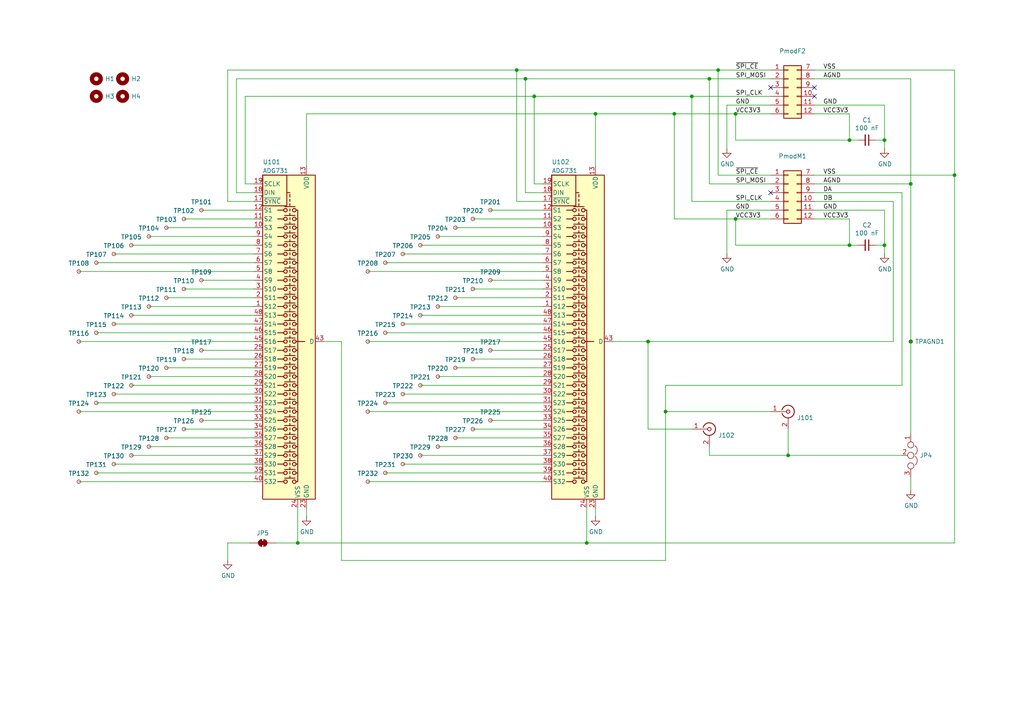
<source format=kicad_sch>
(kicad_sch (version 20250114) (generator "eeschema") (generator_version "9.0")
  (paper "A4")
  (title_block (title "Mars-64") (date "2020-05-10") (rev "E") (company "Bio Balance Detector") (comment 1 "PmodM: Samtec TSM-106-01-?-DH") (comment 2 "PmodF: Samtec SMH-106-02-?-D"))
  (lib_symbols
    (symbol "Analog_Switch:ADG731" (pin_names (offset 0.254))
      (property "Reference" "U" (at -7.62 52.705 0))
      (property "Value" "Analog_Switch_ADG731" (at -7.62 50.8 0))
      (symbol "ADG731_1_1"
        (pin input line (at -10.16 45.72 0) (length 2.54) (name "SCLK") (number "19"))
        (pin input line (at -10.16 43.18 0) (length 2.54) (name "DIN") (number "18"))
        (pin input line (at -10.16 40.64 0) (length 2.54) (name "~{SYNC}") (number "17"))
        (pin bidirectional line (at -10.16 38.1 0) (length 2.54) (name "S1") (number "12"))
        (pin bidirectional line (at -10.16 35.56 0) (length 2.54) (name "S2") (number "11"))
        (pin bidirectional line (at -10.16 33.02 0) (length 2.54) (name "S3") (number "10"))
        (pin bidirectional line (at -10.16 30.48 0) (length 2.54) (name "S4") (number "9"))
        (pin bidirectional line (at -10.16 27.94 0) (length 2.54) (name "S5") (number "8"))
        (pin bidirectional line (at -10.16 25.4 0) (length 2.54) (name "S6") (number "7"))
        (pin bidirectional line (at -10.16 22.86 0) (length 2.54) (name "S7") (number "6"))
        (pin bidirectional line (at -10.16 20.32 0) (length 2.54) (name "S8") (number "5"))
        (pin bidirectional line (at -10.16 17.78 0) (length 2.54) (name "S9") (number "4"))
        (pin bidirectional line (at -10.16 15.24 0) (length 2.54) (name "S10") (number "3"))
        (pin bidirectional line (at -10.16 12.7 0) (length 2.54) (name "S11") (number "2"))
        (pin bidirectional line (at -10.16 10.16 0) (length 2.54) (name "S12") (number "1"))
        (pin bidirectional line (at -10.16 7.62 0) (length 2.54) (name "S13") (number "48"))
        (pin bidirectional line (at -10.16 5.08 0) (length 2.54) (name "S14") (number "47"))
        (pin bidirectional line (at -10.16 2.54 0) (length 2.54) (name "S15") (number "46"))
        (pin bidirectional line (at -10.16 0 0) (length 2.54) (name "S16") (number "45"))
        (pin bidirectional line (at -10.16 -2.54 0) (length 2.54) (name "S17") (number "25"))
        (pin bidirectional line (at -10.16 -5.08 0) (length 2.54) (name "S18") (number "26"))
        (pin bidirectional line (at -10.16 -7.62 0) (length 2.54) (name "S19") (number "27"))
        (pin bidirectional line (at -10.16 -10.16 0) (length 2.54) (name "S20") (number "28"))
        (pin bidirectional line (at -10.16 -12.7 0) (length 2.54) (name "S21") (number "29"))
        (pin bidirectional line (at -10.16 -15.24 0) (length 2.54) (name "S22") (number "30"))
        (pin bidirectional line (at -10.16 -17.78 0) (length 2.54) (name "S23") (number "31"))
        (pin bidirectional line (at -10.16 -20.32 0) (length 2.54) (name "S24") (number "32"))
        (pin bidirectional line (at -10.16 -22.86 0) (length 2.54) (name "S25") (number "33"))
        (pin bidirectional line (at -10.16 -25.4 0) (length 2.54) (name "S26") (number "34"))
        (pin bidirectional line (at -10.16 -27.94 0) (length 2.54) (name "S27") (number "35"))
        (pin bidirectional line (at -10.16 -30.48 0) (length 2.54) (name "S28") (number "36"))
        (pin bidirectional line (at -10.16 -33.02 0) (length 2.54) (name "S29") (number "37"))
        (pin bidirectional line (at -10.16 -35.56 0) (length 2.54) (name "S30") (number "38"))
        (pin bidirectional line (at -10.16 -38.1 0) (length 2.54) (name "S31") (number "39"))
        (pin bidirectional line (at -10.16 -40.64 0) (length 2.54) (name "S32") (number "40"))
        (pin power_in line (at 2.54 -48.26 90) (length 2.54) (name "VSS") (number "24"))
        (pin power_in line (at 5.08 50.8 270) (length 2.54) (name "VDD") (number "13"))
        (pin passive line (at 5.08 50.8 270) (length 2.54) (hide yes) (name "VDD") (number "14"))
        (pin power_in line (at 5.08 -48.26 90) (length 2.54) (name "GND") (number "23"))
        (pin no_connect line (at 7.62 -17.78 180) (length 2.54) (hide yes) (name "NIC") (number "15"))
        (pin no_connect line (at 7.62 -20.32 180) (length 2.54) (hide yes) (name "NIC") (number "16"))
        (pin no_connect line (at 7.62 -22.86 180) (length 2.54) (hide yes) (name "NIC") (number "20"))
        (pin no_connect line (at 7.62 -25.4 180) (length 2.54) (hide yes) (name "NIC") (number "21"))
        (pin no_connect line (at 7.62 -27.94 180) (length 2.54) (hide yes) (name "NIC") (number "22"))
        (pin no_connect line (at 7.62 -30.48 180) (length 2.54) (hide yes) (name "NIC") (number "41"))
        (pin no_connect line (at 7.62 -33.02 180) (length 2.54) (hide yes) (name "NIC") (number "42"))
        (pin no_connect line (at 7.62 -35.56 180) (length 2.54) (hide yes) (name "NIC") (number "44"))
        (pin bidirectional line (at 10.16 0 180) (length 2.54) (name "D") (number "43"))
      )
    )
    (symbol "Connector:Conn_Coaxial" (pin_names (offset 1.016) (hide yes))
      (property "Reference" "J" (at 0.254 3.048 0))
      (property "Value" "Conn_Coaxial" (at 2.921 0 90))
      (symbol "Conn_Coaxial_1_1"
        (pin passive line (at -5.08 0 0) (length 2.54) (name "In") (number "1"))
        (pin passive line (at 0 -5.08 90) (length 2.54) (name "Ext") (number "2"))
      )
    )
    (symbol "Connector:TestPoint_Small" (pin_numbers (hide yes)) (pin_names (offset 0.762) (hide yes))
      (property "Reference" "TP" (at 0 3.81 0))
      (property "Value" "TestPoint_Small" (at 0 2.032 0))
      (symbol "TestPoint_Small_1_1"
        (pin passive line (at 0 0 90) (length 0) (name "1") (number "1"))
      )
    )
    (symbol "Connector_Generic:Conn_02x06_Top_Bottom" (pin_names (offset 1.016) (hide yes))
      (property "Reference" "J" (at 1.27 7.62 0))
      (property "Value" "Conn_02x06_Top_Bottom" (at 1.27 -10.16 0))
      (symbol "Conn_02x06_Top_Bottom_1_1"
        (pin passive line (at -5.08 5.08 0) (length 3.81) (name "Pin_1") (number "1"))
        (pin passive line (at -5.08 2.54 0) (length 3.81) (name "Pin_2") (number "2"))
        (pin passive line (at -5.08 0 0) (length 3.81) (name "Pin_3") (number "3"))
        (pin passive line (at -5.08 -2.54 0) (length 3.81) (name "Pin_4") (number "4"))
        (pin passive line (at -5.08 -5.08 0) (length 3.81) (name "Pin_5") (number "5"))
        (pin passive line (at -5.08 -7.62 0) (length 3.81) (name "Pin_6") (number "6"))
        (pin passive line (at 7.62 5.08 180) (length 3.81) (name "Pin_7") (number "7"))
        (pin passive line (at 7.62 2.54 180) (length 3.81) (name "Pin_8") (number "8"))
        (pin passive line (at 7.62 0 180) (length 3.81) (name "Pin_9") (number "9"))
        (pin passive line (at 7.62 -2.54 180) (length 3.81) (name "Pin_10") (number "10"))
        (pin passive line (at 7.62 -5.08 180) (length 3.81) (name "Pin_11") (number "11"))
        (pin passive line (at 7.62 -7.62 180) (length 3.81) (name "Pin_12") (number "12"))
      )
    )
    (symbol "Device:C_Small" (pin_numbers (hide yes)) (pin_names (offset 0.254) (hide yes))
      (property "Reference" "C" (at 0.254 1.778 0))
      (property "Value" "C_Small" (at 0.254 -2.032 0))
      (symbol "C_Small_1_1"
        (pin passive line (at 0 2.54 270) (length 2.032) (name "~") (number "1"))
        (pin passive line (at 0 -2.54 90) (length 2.032) (name "~") (number "2"))
      )
    )
    (symbol "Device:Jumper_NC_Dual" (pin_names (offset 0.762) (hide yes))
      (property "Reference" "JP" (at 1.27 -2.54 0))
      (property "Value" "Device_Jumper_NC_Dual" (at 0 2.54 0))
      (symbol "Jumper_NC_Dual_0_1"
        (pin passive line (at -6.35 0 0) (length 2.413) (name "1") (number "1"))
        (pin passive line (at 0 -2.54 90) (length 1.524) (name "2") (number "2"))
        (pin passive line (at 6.35 0 180) (length 2.413) (name "3") (number "3"))
      )
    )
    (symbol "Jumper:SolderJumper_2_Bridged" (pin_numbers (hide yes)) (pin_names (offset 0) (hide yes)) (in_bom no)
      (property "Reference" "JP" (at 0 2.032 0))
      (property "Value" "SolderJumper_2_Bridged" (at 0 -2.54 0))
      (symbol "SolderJumper_2_Bridged_1_1"
        (pin passive line (at -3.81 0 0) (length 2.54) (name "A") (number "1"))
        (pin passive line (at 3.81 0 180) (length 2.54) (name "B") (number "2"))
      )
    )
    (symbol "Mechanical:MountingHole" (pin_names (offset 1.016)) (in_bom no)
      (property "Reference" "H" (at 0 5.08 0))
      (property "Value" "MountingHole" (at 0 3.175 0))
    )
    (symbol "power:GND" (power) (pin_numbers (hide yes)) (pin_names (offset 0) (hide yes))
      (property "Value" "GND" (at 0 -3.81 0))
      (symbol "GND_1_1"
        (pin power_in line (at 0 0 270) (length 0) (name "~") (number "1"))
      )
    )
  )
  (junction (at 228.6 132.08))
  (junction (at 149.86 20.32))
  (junction (at 200.66 27.94))
  (junction (at 152.4 22.86))
  (junction (at 208.28 20.32))
  (junction (at 187.96 99.06))
  (junction (at 205.74 22.86))
  (junction (at 246.38 40.64))
  (junction (at 256.54 40.64))
  (junction (at 264.16 99.06))
  (junction (at 246.38 71.12))
  (junction (at 256.54 71.12))
  (junction (at 172.72 33.02))
  (junction (at 276.86 50.8))
  (junction (at 170.18 157.48))
  (junction (at 213.36 33.02))
  (junction (at 193.04 119.38))
  (junction (at 213.36 63.5))
  (junction (at 195.58 33.02))
  (junction (at 264.16 53.34))
  (junction (at 154.94 27.94))
  (junction (at 86.36 157.48))
  (no_connect (at 236.22 25.4))
  (no_connect (at 223.52 25.4))
  (no_connect (at 223.52 55.88))
  (no_connect (at 236.22 27.94))
  (wire (pts (xy 157.48 66.04) (xy 132.08 66.04)))
  (wire (pts (xy 53.34 124.46) (xy 73.66 124.46)))
  (wire (pts (xy 68.58 22.86) (xy 152.4 22.86)))
  (wire (pts (xy 213.36 71.12) (xy 246.38 71.12)))
  (wire (pts (xy 73.66 91.44) (xy 38.1 91.44)))
  (wire (pts (xy 157.48 93.98) (xy 116.84 93.98)))
  (wire (pts (xy 213.36 63.5) (xy 195.58 63.5)))
  (wire (pts (xy 58.42 81.28) (xy 73.66 81.28)))
  (wire (pts (xy 157.48 137.16) (xy 111.76 137.16)))
  (wire (pts (xy 53.34 104.14) (xy 73.66 104.14)))
  (wire (pts (xy 261.62 111.76) (xy 193.04 111.76)))
  (wire (pts (xy 200.66 58.42) (xy 223.52 58.42)))
  (wire (pts (xy 137.16 63.5) (xy 157.48 63.5)))
  (wire (pts (xy 66.04 58.42) (xy 66.04 20.32)))
  (wire (pts (xy 254 71.12) (xy 256.54 71.12)))
  (wire (pts (xy 157.48 88.9) (xy 127 88.9)))
  (wire (pts (xy 195.58 63.5) (xy 195.58 33.02)))
  (wire (pts (xy 210.82 30.48) (xy 210.82 43.18)))
  (wire (pts (xy 205.74 22.86) (xy 205.74 53.34)))
  (wire (pts (xy 71.12 27.94) (xy 154.94 27.94)))
  (wire (pts (xy 73.66 58.42) (xy 66.04 58.42)))
  (wire (pts (xy 73.66 68.58) (xy 43.18 68.58)))
  (wire (pts (xy 193.04 162.56) (xy 193.04 119.38)))
  (wire (pts (xy 223.52 63.5) (xy 213.36 63.5)))
  (wire (pts (xy 157.48 139.7) (xy 106.68 139.7)))
  (wire (pts (xy 157.48 71.12) (xy 121.92 71.12)))
  (wire (pts (xy 152.4 55.88) (xy 152.4 22.86)))
  (wire (pts (xy 256.54 60.96) (xy 256.54 71.12)))
  (wire (pts (xy 172.72 149.86) (xy 172.72 147.32)))
  (wire (pts (xy 213.36 33.02) (xy 213.36 40.64)))
  (wire (pts (xy 246.38 33.02) (xy 236.22 33.02)))
  (wire (pts (xy 73.66 73.66) (xy 33.02 73.66)))
  (wire (pts (xy 259.08 99.06) (xy 187.96 99.06)))
  (wire (pts (xy 170.18 147.32) (xy 170.18 157.48)))
  (wire (pts (xy 53.34 63.5) (xy 73.66 63.5)))
  (wire (pts (xy 223.52 30.48) (xy 210.82 30.48)))
  (wire (pts (xy 200.66 27.94) (xy 223.52 27.94)))
  (wire (pts (xy 99.06 99.06) (xy 99.06 162.56)))
  (wire (pts (xy 208.28 50.8) (xy 223.52 50.8)))
  (wire (pts (xy 172.72 33.02) (xy 195.58 33.02)))
  (wire (pts (xy 228.6 124.46) (xy 228.6 132.08)))
  (wire (pts (xy 73.66 119.38) (xy 22.86 119.38)))
  (wire (pts (xy 157.48 96.52) (xy 111.76 96.52)))
  (wire (pts (xy 213.36 63.5) (xy 213.36 71.12)))
  (wire (pts (xy 73.66 132.08) (xy 38.1 132.08)))
  (wire (pts (xy 73.66 114.3) (xy 33.02 114.3)))
  (wire (pts (xy 157.48 78.74) (xy 106.68 78.74)))
  (wire (pts (xy 73.66 66.04) (xy 48.26 66.04)))
  (wire (pts (xy 228.6 132.08) (xy 261.62 132.08)))
  (wire (pts (xy 157.48 134.62) (xy 116.84 134.62)))
  (wire (pts (xy 205.74 53.34) (xy 223.52 53.34)))
  (wire (pts (xy 86.36 157.48) (xy 86.36 147.32)))
  (wire (pts (xy 99.06 162.56) (xy 193.04 162.56)))
  (wire (pts (xy 246.38 40.64) (xy 248.92 40.64)))
  (wire (pts (xy 256.54 40.64) (xy 256.54 43.18)))
  (wire (pts (xy 73.66 86.36) (xy 48.26 86.36)))
  (wire (pts (xy 157.48 53.34) (xy 154.94 53.34)))
  (wire (pts (xy 236.22 55.88) (xy 261.62 55.88)))
  (wire (pts (xy 264.16 99.06) (xy 264.16 125.73)))
  (wire (pts (xy 58.42 101.6) (xy 73.66 101.6)))
  (wire (pts (xy 73.66 93.98) (xy 33.02 93.98)))
  (wire (pts (xy 149.86 58.42) (xy 149.86 20.32)))
  (wire (pts (xy 223.52 33.02) (xy 213.36 33.02)))
  (wire (pts (xy 73.66 111.76) (xy 38.1 111.76)))
  (wire (pts (xy 157.48 99.06) (xy 106.68 99.06)))
  (wire (pts (xy 73.66 127) (xy 48.26 127)))
  (wire (pts (xy 205.74 132.08) (xy 205.74 129.54)))
  (wire (pts (xy 276.86 50.8) (xy 276.86 20.32)))
  (wire (pts (xy 205.74 22.86) (xy 223.52 22.86)))
  (wire (pts (xy 246.38 71.12) (xy 246.38 63.5)))
  (wire (pts (xy 157.48 58.42) (xy 149.86 58.42)))
  (wire (pts (xy 236.22 22.86) (xy 264.16 22.86)))
  (wire (pts (xy 71.12 53.34) (xy 71.12 27.94)))
  (wire (pts (xy 73.66 96.52) (xy 27.94 96.52)))
  (wire (pts (xy 246.38 71.12) (xy 248.92 71.12)))
  (wire (pts (xy 193.04 119.38) (xy 223.52 119.38)))
  (wire (pts (xy 73.66 137.16) (xy 27.94 137.16)))
  (wire (pts (xy 73.66 71.12) (xy 38.1 71.12)))
  (wire (pts (xy 259.08 58.42) (xy 259.08 99.06)))
  (wire (pts (xy 152.4 22.86) (xy 205.74 22.86)))
  (wire (pts (xy 142.24 60.96) (xy 157.48 60.96)))
  (wire (pts (xy 157.48 127) (xy 132.08 127)))
  (wire (pts (xy 73.66 53.34) (xy 71.12 53.34)))
  (wire (pts (xy 66.04 162.56) (xy 66.04 157.48)))
  (wire (pts (xy 256.54 30.48) (xy 256.54 40.64)))
  (wire (pts (xy 210.82 73.66) (xy 210.82 60.96)))
  (wire (pts (xy 236.22 53.34) (xy 264.16 53.34)))
  (wire (pts (xy 73.66 99.06) (xy 22.86 99.06)))
  (wire (pts (xy 236.22 50.8) (xy 276.86 50.8)))
  (wire (pts (xy 213.36 33.02) (xy 195.58 33.02)))
  (wire (pts (xy 276.86 50.8) (xy 276.86 157.48)))
  (wire (pts (xy 170.18 157.48) (xy 86.36 157.48)))
  (wire (pts (xy 172.72 48.26) (xy 172.72 33.02)))
  (wire (pts (xy 73.66 134.62) (xy 33.02 134.62)))
  (wire (pts (xy 157.48 73.66) (xy 116.84 73.66)))
  (wire (pts (xy 154.94 27.94) (xy 200.66 27.94)))
  (wire (pts (xy 246.38 63.5) (xy 236.22 63.5)))
  (wire (pts (xy 187.96 99.06) (xy 187.96 124.46)))
  (wire (pts (xy 137.16 124.46) (xy 157.48 124.46)))
  (wire (pts (xy 88.9 48.26) (xy 88.9 33.02)))
  (wire (pts (xy 170.18 157.48) (xy 276.86 157.48)))
  (wire (pts (xy 157.48 76.2) (xy 111.76 76.2)))
  (wire (pts (xy 73.66 116.84) (xy 27.94 116.84)))
  (wire (pts (xy 157.48 132.08) (xy 121.92 132.08)))
  (wire (pts (xy 264.16 53.34) (xy 264.16 99.06)))
  (wire (pts (xy 80.01 157.48) (xy 86.36 157.48)))
  (wire (pts (xy 177.8 99.06) (xy 187.96 99.06)))
  (wire (pts (xy 73.66 55.88) (xy 68.58 55.88)))
  (wire (pts (xy 53.34 83.82) (xy 73.66 83.82)))
  (wire (pts (xy 88.9 33.02) (xy 172.72 33.02)))
  (wire (pts (xy 93.98 99.06) (xy 99.06 99.06)))
  (wire (pts (xy 187.96 124.46) (xy 200.66 124.46)))
  (wire (pts (xy 154.94 53.34) (xy 154.94 27.94)))
  (wire (pts (xy 193.04 111.76) (xy 193.04 119.38)))
  (wire (pts (xy 210.82 60.96) (xy 223.52 60.96)))
  (wire (pts (xy 68.58 55.88) (xy 68.58 22.86)))
  (wire (pts (xy 157.48 116.84) (xy 111.76 116.84)))
  (wire (pts (xy 208.28 20.32) (xy 223.52 20.32)))
  (wire (pts (xy 73.66 106.68) (xy 48.26 106.68)))
  (wire (pts (xy 58.42 121.92) (xy 73.66 121.92)))
  (wire (pts (xy 236.22 20.32) (xy 276.86 20.32)))
  (wire (pts (xy 142.24 121.92) (xy 157.48 121.92)))
  (wire (pts (xy 208.28 20.32) (xy 208.28 50.8)))
  (wire (pts (xy 73.66 129.54) (xy 43.18 129.54)))
  (wire (pts (xy 236.22 60.96) (xy 256.54 60.96)))
  (wire (pts (xy 137.16 104.14) (xy 157.48 104.14)))
  (wire (pts (xy 73.66 109.22) (xy 43.18 109.22)))
  (wire (pts (xy 213.36 40.64) (xy 246.38 40.64)))
  (wire (pts (xy 205.74 132.08) (xy 228.6 132.08)))
  (wire (pts (xy 73.66 139.7) (xy 22.86 139.7)))
  (wire (pts (xy 264.16 142.24) (xy 264.16 138.43)))
  (wire (pts (xy 157.48 111.76) (xy 121.92 111.76)))
  (wire (pts (xy 157.48 114.3) (xy 116.84 114.3)))
  (wire (pts (xy 236.22 30.48) (xy 256.54 30.48)))
  (wire (pts (xy 236.22 58.42) (xy 259.08 58.42)))
  (wire (pts (xy 157.48 91.44) (xy 121.92 91.44)))
  (wire (pts (xy 142.24 101.6) (xy 157.48 101.6)))
  (wire (pts (xy 149.86 20.32) (xy 208.28 20.32)))
  (wire (pts (xy 157.48 86.36) (xy 132.08 86.36)))
  (wire (pts (xy 157.48 55.88) (xy 152.4 55.88)))
  (wire (pts (xy 73.66 78.74) (xy 22.86 78.74)))
  (wire (pts (xy 73.66 88.9) (xy 43.18 88.9)))
  (wire (pts (xy 142.24 81.28) (xy 157.48 81.28)))
  (wire (pts (xy 200.66 27.94) (xy 200.66 58.42)))
  (wire (pts (xy 66.04 157.48) (xy 72.39 157.48)))
  (wire (pts (xy 264.16 22.86) (xy 264.16 53.34)))
  (wire (pts (xy 157.48 109.22) (xy 127 109.22)))
  (wire (pts (xy 157.48 129.54) (xy 127 129.54)))
  (wire (pts (xy 157.48 106.68) (xy 132.08 106.68)))
  (wire (pts (xy 58.42 60.96) (xy 73.66 60.96)))
  (wire (pts (xy 73.66 76.2) (xy 27.94 76.2)))
  (wire (pts (xy 157.48 68.58) (xy 127 68.58)))
  (wire (pts (xy 256.54 71.12) (xy 256.54 73.66)))
  (wire (pts (xy 261.62 55.88) (xy 261.62 111.76)))
  (wire (pts (xy 137.16 83.82) (xy 157.48 83.82)))
  (wire (pts (xy 66.04 20.32) (xy 149.86 20.32)))
  (wire (pts (xy 88.9 147.32) (xy 88.9 149.86)))
  (wire (pts (xy 157.48 119.38) (xy 106.68 119.38)))
  (wire (pts (xy 254 40.64) (xy 256.54 40.64)))
  (wire (pts (xy 246.38 40.64) (xy 246.38 33.02)))
  (label "SPI_CLK" (at 213.36 58.42 0))
  (label "GND" (at 213.36 30.48 0))
  (label "AGND" (at 238.76 53.34 0))
  (label "SPI_MOSI" (at 213.36 53.34 0))
  (label "SPI_MOSI" (at 213.36 22.86 0))
  (label "GND" (at 238.76 60.96 0))
  (label "VSS" (at 238.76 50.8 0))
  (label "GND" (at 238.76 30.48 0))
  (label "AGND" (at 238.76 22.86 0))
  (label "SPI_CLK" (at 213.36 27.94 0))
  (label "VCC3V3" (at 213.36 33.02 0))
  (label "VSS" (at 238.76 20.32 0))
  (label "DB" (at 238.76 58.42 0))
  (label "VCC3V3" (at 238.76 33.02 0))
  (label "~{SPI_CE}" (at 213.36 20.32 0))
  (label "~{SPI_CE}" (at 213.36 50.8 0))
  (label "VCC3V3" (at 213.36 63.5 0))
  (label "DA" (at 238.76 55.88 0))
  (label "VCC3V3" (at 238.76 63.5 0))
  (label "GND" (at 213.36 60.96 0))
  (symbol (lib_id "power:GND") (at 88.9 149.86 0) (unit 1)
    (property "Reference" "#PWR0101" (effects (hide yes)))
    (property "Value" "GND" (at 89.027 154.2542 0))
  )
  (symbol (lib_id "power:GND") (at 172.72 149.86 0) (unit 1)
    (property "Reference" "#PWR0102" (effects (hide yes)))
    (property "Value" "GND" (at 172.847 154.2542 0))
  )
  (symbol (lib_id "Analog_Switch:ADG731") (at 83.82 99.06 0) (unit 1)
    (property "Reference" "U101" (at 76.2 46.99 0) (effects (justify left)))
    (property "Value" "ADG731" (at 76.2 49.53 0) (effects (justify left)))
    (property "Footprint" "Package_QFP:TQFP-48_7x7mm_P0.5mm" (effects (hide yes)))
    (property "Datasheet" "https://www.analog.com/media/en/technical-documentation/data-sheets/ADG725_731.pdf" (effects (hide yes)))
  )
  (symbol (lib_id "Connector_Generic:Conn_02x06_Top_Bottom") (at 228.6 55.88 0) (unit 1)
    (property "Reference" "PmodM1" (at 229.87 45.2882 0))
    (property "Value" "Conn_02x06_Top_Bottom" (effects (hide yes)))
    (property "Footprint" "Mars-64:PinHeader_2x06_P2.54mm_Vertical_SMD_TopBottom_Mirrored" (effects (hide yes)))
  )
  (symbol (lib_id "Connector:TestPoint_Small") (at 142.24 60.96 90) (unit 1)
    (property "Reference" "TP201" (at 142.24 58.5978 90))
    (property "Value" "TestPoint_Small" (effects (hide yes)))
    (property "Footprint" "TestPoint:TestPoint_Pad_4.0x4.0mm" (effects (hide yes)))
  )
  (symbol (lib_id "Connector:TestPoint_Small") (at 137.16 63.5 90) (unit 1)
    (property "Reference" "TP202" (at 137.16 61.1378 90))
    (property "Value" "TestPoint_Small" (effects (hide yes)))
    (property "Footprint" "TestPoint:TestPoint_Pad_4.0x4.0mm" (effects (hide yes)))
  )
  (symbol (lib_id "Connector:TestPoint_Small") (at 132.08 66.04 90) (unit 1)
    (property "Reference" "TP203" (at 132.08 63.6778 90))
    (property "Value" "TestPoint_Small" (effects (hide yes)))
    (property "Footprint" "TestPoint:TestPoint_Pad_4.0x4.0mm" (effects (hide yes)))
  )
  (symbol (lib_id "Connector:TestPoint_Small") (at 127 68.58 90) (unit 1)
    (property "Reference" "TP204" (at 127 66.2178 90))
    (property "Value" "TestPoint_Small" (effects (hide yes)))
    (property "Footprint" "TestPoint:TestPoint_Pad_4.0x4.0mm" (effects (hide yes)))
  )
  (symbol (lib_id "Connector:TestPoint_Small") (at 121.92 71.12 90) (unit 1)
    (property "Reference" "TP205" (at 121.92 68.7578 90))
    (property "Value" "TestPoint_Small" (effects (hide yes)))
    (property "Footprint" "TestPoint:TestPoint_Pad_4.0x4.0mm" (effects (hide yes)))
  )
  (symbol (lib_id "Connector:TestPoint_Small") (at 116.84 73.66 90) (unit 1)
    (property "Reference" "TP206" (at 116.84 71.2978 90))
    (property "Value" "TestPoint_Small" (effects (hide yes)))
    (property "Footprint" "TestPoint:TestPoint_Pad_4.0x4.0mm" (effects (hide yes)))
  )
  (symbol (lib_id "Connector:TestPoint_Small") (at 111.76 76.2 90) (unit 1)
    (property "Reference" "TP207" (at 111.76 73.8378 90))
    (property "Value" "TestPoint_Small" (effects (hide yes)))
    (property "Footprint" "TestPoint:TestPoint_Pad_4.0x4.0mm" (effects (hide yes)))
  )
  (symbol (lib_id "Connector:TestPoint_Small") (at 106.68 78.74 90) (unit 1)
    (property "Reference" "TP208" (at 106.68 76.3778 90))
    (property "Value" "TestPoint_Small" (effects (hide yes)))
    (property "Footprint" "TestPoint:TestPoint_Pad_4.0x4.0mm" (effects (hide yes)))
  )
  (symbol (lib_id "Connector:TestPoint_Small") (at 142.24 81.28 90) (unit 1)
    (property "Reference" "TP209" (at 142.24 78.9178 90))
    (property "Value" "TestPoint_Small" (effects (hide yes)))
    (property "Footprint" "TestPoint:TestPoint_Pad_4.0x4.0mm" (effects (hide yes)))
  )
  (symbol (lib_id "Connector:TestPoint_Small") (at 137.16 83.82 90) (unit 1)
    (property "Reference" "TP210" (at 137.16 81.4578 90))
    (property "Value" "TestPoint_Small" (effects (hide yes)))
    (property "Footprint" "TestPoint:TestPoint_Pad_4.0x4.0mm" (effects (hide yes)))
  )
  (symbol (lib_id "Connector:TestPoint_Small") (at 132.08 86.36 90) (unit 1)
    (property "Reference" "TP211" (at 132.08 83.9978 90))
    (property "Value" "TestPoint_Small" (effects (hide yes)))
    (property "Footprint" "TestPoint:TestPoint_Pad_4.0x4.0mm" (effects (hide yes)))
  )
  (symbol (lib_id "Connector:TestPoint_Small") (at 127 88.9 90) (unit 1)
    (property "Reference" "TP212" (at 127 86.5378 90))
    (property "Value" "TestPoint_Small" (effects (hide yes)))
    (property "Footprint" "TestPoint:TestPoint_Pad_4.0x4.0mm" (effects (hide yes)))
  )
  (symbol (lib_id "Connector:TestPoint_Small") (at 121.92 91.44 90) (unit 1)
    (property "Reference" "TP213" (at 121.92 89.0778 90))
    (property "Value" "TestPoint_Small" (effects (hide yes)))
    (property "Footprint" "TestPoint:TestPoint_Pad_4.0x4.0mm" (effects (hide yes)))
  )
  (symbol (lib_id "Connector:TestPoint_Small") (at 116.84 93.98 90) (unit 1)
    (property "Reference" "TP214" (at 116.84 91.6178 90))
    (property "Value" "TestPoint_Small" (effects (hide yes)))
    (property "Footprint" "TestPoint:TestPoint_Pad_4.0x4.0mm" (effects (hide yes)))
  )
  (symbol (lib_id "Connector:TestPoint_Small") (at 111.76 96.52 90) (unit 1)
    (property "Reference" "TP215" (at 111.76 94.1578 90))
    (property "Value" "TestPoint_Small" (effects (hide yes)))
    (property "Footprint" "TestPoint:TestPoint_Pad_4.0x4.0mm" (effects (hide yes)))
  )
  (symbol (lib_id "Connector:TestPoint_Small") (at 106.68 99.06 90) (unit 1)
    (property "Reference" "TP216" (at 106.68 96.6978 90))
    (property "Value" "TestPoint_Small" (effects (hide yes)))
    (property "Footprint" "TestPoint:TestPoint_Pad_4.0x4.0mm" (effects (hide yes)))
  )
  (symbol (lib_id "Connector:TestPoint_Small") (at 142.24 101.6 90) (unit 1)
    (property "Reference" "TP217" (at 142.24 99.2378 90))
    (property "Value" "TestPoint_Small" (effects (hide yes)))
    (property "Footprint" "TestPoint:TestPoint_Pad_4.0x4.0mm" (effects (hide yes)))
  )
  (symbol (lib_id "Connector:TestPoint_Small") (at 137.16 104.14 90) (unit 1)
    (property "Reference" "TP218" (at 137.16 101.7778 90))
    (property "Value" "TestPoint_Small" (effects (hide yes)))
    (property "Footprint" "TestPoint:TestPoint_Pad_4.0x4.0mm" (effects (hide yes)))
  )
  (symbol (lib_id "Connector:TestPoint_Small") (at 132.08 106.68 90) (unit 1)
    (property "Reference" "TP219" (at 132.08 104.3178 90))
    (property "Value" "TestPoint_Small" (effects (hide yes)))
    (property "Footprint" "TestPoint:TestPoint_Pad_4.0x4.0mm" (effects (hide yes)))
  )
  (symbol (lib_id "Connector:TestPoint_Small") (at 127 109.22 90) (unit 1)
    (property "Reference" "TP220" (at 127 106.8578 90))
    (property "Value" "TestPoint_Small" (effects (hide yes)))
    (property "Footprint" "TestPoint:TestPoint_Pad_4.0x4.0mm" (effects (hide yes)))
  )
  (symbol (lib_id "Connector:TestPoint_Small") (at 121.92 111.76 90) (unit 1)
    (property "Reference" "TP221" (at 121.92 109.3978 90))
    (property "Value" "TestPoint_Small" (effects (hide yes)))
    (property "Footprint" "TestPoint:TestPoint_Pad_4.0x4.0mm" (effects (hide yes)))
  )
  (symbol (lib_id "Connector:TestPoint_Small") (at 116.84 114.3 90) (unit 1)
    (property "Reference" "TP222" (at 116.84 111.9378 90))
    (property "Value" "TestPoint_Small" (effects (hide yes)))
    (property "Footprint" "TestPoint:TestPoint_Pad_4.0x4.0mm" (effects (hide yes)))
  )
  (symbol (lib_id "Connector:TestPoint_Small") (at 111.76 116.84 90) (unit 1)
    (property "Reference" "TP223" (at 111.76 114.4778 90))
    (property "Value" "TestPoint_Small" (effects (hide yes)))
    (property "Footprint" "TestPoint:TestPoint_Pad_4.0x4.0mm" (effects (hide yes)))
  )
  (symbol (lib_id "Connector:TestPoint_Small") (at 106.68 119.38 90) (unit 1)
    (property "Reference" "TP224" (at 106.68 117.0178 90))
    (property "Value" "TestPoint_Small" (effects (hide yes)))
    (property "Footprint" "TestPoint:TestPoint_Pad_4.0x4.0mm" (effects (hide yes)))
  )
  (symbol (lib_id "Connector:TestPoint_Small") (at 142.24 121.92 90) (unit 1)
    (property "Reference" "TP225" (at 142.24 119.5578 90))
    (property "Value" "TestPoint_Small" (effects (hide yes)))
    (property "Footprint" "TestPoint:TestPoint_Pad_4.0x4.0mm" (effects (hide yes)))
  )
  (symbol (lib_id "Connector:TestPoint_Small") (at 137.16 124.46 90) (unit 1)
    (property "Reference" "TP226" (at 137.16 122.0978 90))
    (property "Value" "TestPoint_Small" (effects (hide yes)))
    (property "Footprint" "TestPoint:TestPoint_Pad_4.0x4.0mm" (effects (hide yes)))
  )
  (symbol (lib_id "Connector:TestPoint_Small") (at 132.08 127 90) (unit 1)
    (property "Reference" "TP227" (at 132.08 124.6378 90))
    (property "Value" "TestPoint_Small" (effects (hide yes)))
    (property "Footprint" "TestPoint:TestPoint_Pad_4.0x4.0mm" (effects (hide yes)))
  )
  (symbol (lib_id "Connector:TestPoint_Small") (at 127 129.54 90) (unit 1)
    (property "Reference" "TP228" (at 127 127.1778 90))
    (property "Value" "TestPoint_Small" (effects (hide yes)))
    (property "Footprint" "TestPoint:TestPoint_Pad_4.0x4.0mm" (effects (hide yes)))
  )
  (symbol (lib_id "Connector:TestPoint_Small") (at 121.92 132.08 90) (unit 1)
    (property "Reference" "TP229" (at 121.92 129.7178 90))
    (property "Value" "TestPoint_Small" (effects (hide yes)))
    (property "Footprint" "TestPoint:TestPoint_Pad_4.0x4.0mm" (effects (hide yes)))
  )
  (symbol (lib_id "Connector:TestPoint_Small") (at 116.84 134.62 90) (unit 1)
    (property "Reference" "TP230" (at 116.84 132.2578 90))
    (property "Value" "TestPoint_Small" (effects (hide yes)))
    (property "Footprint" "TestPoint:TestPoint_Pad_4.0x4.0mm" (effects (hide yes)))
  )
  (symbol (lib_id "Connector:TestPoint_Small") (at 111.76 137.16 90) (unit 1)
    (property "Reference" "TP231" (at 111.76 134.7978 90))
    (property "Value" "TestPoint_Small" (effects (hide yes)))
    (property "Footprint" "TestPoint:TestPoint_Pad_4.0x4.0mm" (effects (hide yes)))
  )
  (symbol (lib_id "Connector:TestPoint_Small") (at 106.68 139.7 90) (unit 1)
    (property "Reference" "TP232" (at 106.68 137.3378 90))
    (property "Value" "TestPoint_Small" (effects (hide yes)))
    (property "Footprint" "TestPoint:TestPoint_Pad_4.0x4.0mm" (effects (hide yes)))
  )
  (symbol (lib_id "Mechanical:MountingHole") (at 27.94 22.86 0) (unit 1)
    (property "Reference" "H1" (at 30.48 22.86 0) (effects (justify left)))
    (property "Value" "MountingHole" (effects (hide yes)))
    (property "Footprint" "MountingHole:MountingHole_2.7mm_M2.5" (effects (hide yes)))
  )
  (symbol (lib_id "Connector:Conn_Coaxial") (at 205.74 124.46 0) (unit 1)
    (property "Reference" "J102" (at 208.28 126.2634 0) (effects (justify left)))
    (property "Value" "Conn_Coaxial" (effects (hide yes)))
    (property "Footprint" "Connector_Coaxial:SMA_Amphenol_132134-10_Vertical" (effects (hide yes)))
  )
  (symbol (lib_id "Mechanical:MountingHole") (at 35.56 22.86 0) (unit 1)
    (property "Reference" "H2" (at 38.1 22.86 0) (effects (justify left)))
    (property "Value" "MountingHole" (effects (hide yes)))
    (property "Footprint" "MountingHole:MountingHole_2.7mm_M2.5" (effects (hide yes)))
  )
  (symbol (lib_id "Connector:Conn_Coaxial") (at 228.6 119.38 0) (unit 1)
    (property "Reference" "J101" (at 231.14 121.1834 0) (effects (justify left)))
    (property "Value" "Conn_Coaxial" (effects (hide yes)))
    (property "Footprint" "Connector_Coaxial:SMA_Amphenol_132134-10_Vertical" (effects (hide yes)))
  )
  (symbol (lib_id "Mechanical:MountingHole") (at 27.94 27.94 0) (unit 1)
    (property "Reference" "H3" (at 30.48 27.94 0) (effects (justify left)))
    (property "Value" "MountingHole" (effects (hide yes)))
    (property "Footprint" "MountingHole:MountingHole_2.7mm_M2.5" (effects (hide yes)))
  )
  (symbol (lib_id "Mechanical:MountingHole") (at 35.56 27.94 0) (unit 1)
    (property "Reference" "H4" (at 38.1 27.94 0) (effects (justify left)))
    (property "Value" "MountingHole" (effects (hide yes)))
    (property "Footprint" "MountingHole:MountingHole_2.7mm_M2.5" (effects (hide yes)))
  )
  (symbol (lib_id "Analog_Switch:ADG731") (at 167.64 99.06 0) (unit 1)
    (property "Reference" "U102" (at 160.02 46.99 0) (effects (justify left)))
    (property "Value" "ADG731" (at 160.02 49.53 0) (effects (justify left)))
    (property "Footprint" "Package_QFP:TQFP-48_7x7mm_P0.5mm" (effects (hide yes)))
    (property "Datasheet" "https://www.analog.com/media/en/technical-documentation/data-sheets/ADG725_731.pdf" (effects (hide yes)))
  )
  (symbol (lib_id "Connector_Generic:Conn_02x06_Top_Bottom") (at 228.6 25.4 0) (unit 1)
    (property "Reference" "PmodF2" (at 229.87 14.8082 0))
    (property "Value" "Conn_02x06_Top_Bottom" (effects (hide yes)))
    (property "Footprint" "Mars-64:PinHeader_2x06_P2.54mm_Vertical_SMD_TopBottom" (effects (hide yes)))
  )
  (symbol (lib_id "Device:Jumper_NC_Dual") (at 264.16 132.08 270) (unit 1)
    (property "Reference" "JP4" (at 266.7508 132.08 90) (effects (justify left)))
    (property "Value" "Jumper_NC_Dual" (effects (hide yes)))
    (property "Footprint" "Jumper:SolderJumper-3_P1.3mm_Bridged2Bar12_Pad1.0x1.5mm_NumberLabels" (effects (hide yes)))
  )
  (symbol (lib_id "Connector:TestPoint_Small") (at 58.42 60.96 90) (unit 1)
    (property "Reference" "TP101" (at 58.42 58.5978 90))
    (property "Value" "TestPoint_Small" (effects (hide yes)))
    (property "Footprint" "TestPoint:TestPoint_Pad_4.0x4.0mm" (effects (hide yes)))
  )
  (symbol (lib_id "Connector:TestPoint_Small") (at 53.34 63.5 90) (unit 1)
    (property "Reference" "TP102" (at 53.34 61.1378 90))
    (property "Value" "TestPoint_Small" (effects (hide yes)))
    (property "Footprint" "TestPoint:TestPoint_Pad_4.0x4.0mm" (effects (hide yes)))
  )
  (symbol (lib_id "Connector:TestPoint_Small") (at 48.26 66.04 90) (unit 1)
    (property "Reference" "TP103" (at 48.26 63.6778 90))
    (property "Value" "TestPoint_Small" (effects (hide yes)))
    (property "Footprint" "TestPoint:TestPoint_Pad_4.0x4.0mm" (effects (hide yes)))
  )
  (symbol (lib_id "Connector:TestPoint_Small") (at 43.18 68.58 90) (unit 1)
    (property "Reference" "TP104" (at 43.18 66.2178 90))
    (property "Value" "TestPoint_Small" (effects (hide yes)))
    (property "Footprint" "TestPoint:TestPoint_Pad_4.0x4.0mm" (effects (hide yes)))
  )
  (symbol (lib_id "Connector:TestPoint_Small") (at 38.1 71.12 90) (unit 1)
    (property "Reference" "TP105" (at 38.1 68.7578 90))
    (property "Value" "TestPoint_Small" (effects (hide yes)))
    (property "Footprint" "TestPoint:TestPoint_Pad_4.0x4.0mm" (effects (hide yes)))
  )
  (symbol (lib_id "Connector:TestPoint_Small") (at 33.02 73.66 90) (unit 1)
    (property "Reference" "TP106" (at 33.02 71.2978 90))
    (property "Value" "TestPoint_Small" (effects (hide yes)))
    (property "Footprint" "TestPoint:TestPoint_Pad_4.0x4.0mm" (effects (hide yes)))
  )
  (symbol (lib_id "Connector:TestPoint_Small") (at 27.94 76.2 90) (unit 1)
    (property "Reference" "TP107" (at 27.94 73.8378 90))
    (property "Value" "TestPoint_Small" (effects (hide yes)))
    (property "Footprint" "TestPoint:TestPoint_Pad_4.0x4.0mm" (effects (hide yes)))
  )
  (symbol (lib_id "Connector:TestPoint_Small") (at 22.86 78.74 90) (unit 1)
    (property "Reference" "TP108" (at 22.86 76.3778 90))
    (property "Value" "TestPoint_Small" (effects (hide yes)))
    (property "Footprint" "TestPoint:TestPoint_Pad_4.0x4.0mm" (effects (hide yes)))
  )
  (symbol (lib_id "power:GND") (at 264.16 142.24 0) (unit 1)
    (property "Reference" "#PWR0105" (effects (hide yes)))
    (property "Value" "GND" (at 264.287 146.6342 0))
  )
  (symbol (lib_id "Connector:TestPoint_Small") (at 58.42 81.28 90) (unit 1)
    (property "Reference" "TP109" (at 58.42 78.9178 90))
    (property "Value" "TestPoint_Small" (effects (hide yes)))
    (property "Footprint" "TestPoint:TestPoint_Pad_4.0x4.0mm" (effects (hide yes)))
  )
  (symbol (lib_id "Connector:TestPoint_Small") (at 53.34 83.82 90) (unit 1)
    (property "Reference" "TP110" (at 53.34 81.4578 90))
    (property "Value" "TestPoint_Small" (effects (hide yes)))
    (property "Footprint" "TestPoint:TestPoint_Pad_4.0x4.0mm" (effects (hide yes)))
  )
  (symbol (lib_id "Connector:TestPoint_Small") (at 48.26 86.36 90) (unit 1)
    (property "Reference" "TP111" (at 48.26 83.9978 90))
    (property "Value" "TestPoint_Small" (effects (hide yes)))
    (property "Footprint" "TestPoint:TestPoint_Pad_4.0x4.0mm" (effects (hide yes)))
  )
  (symbol (lib_id "Connector:TestPoint_Small") (at 43.18 88.9 90) (unit 1)
    (property "Reference" "TP112" (at 43.18 86.5378 90))
    (property "Value" "TestPoint_Small" (effects (hide yes)))
    (property "Footprint" "TestPoint:TestPoint_Pad_4.0x4.0mm" (effects (hide yes)))
  )
  (symbol (lib_id "Connector:TestPoint_Small") (at 38.1 91.44 90) (unit 1)
    (property "Reference" "TP113" (at 38.1 89.0778 90))
    (property "Value" "TestPoint_Small" (effects (hide yes)))
    (property "Footprint" "TestPoint:TestPoint_Pad_4.0x4.0mm" (effects (hide yes)))
  )
  (symbol (lib_id "Connector:TestPoint_Small") (at 33.02 93.98 90) (unit 1)
    (property "Reference" "TP114" (at 33.02 91.6178 90))
    (property "Value" "TestPoint_Small" (effects (hide yes)))
    (property "Footprint" "TestPoint:TestPoint_Pad_4.0x4.0mm" (effects (hide yes)))
  )
  (symbol (lib_id "Connector:TestPoint_Small") (at 27.94 96.52 90) (unit 1)
    (property "Reference" "TP115" (at 27.94 94.1578 90))
    (property "Value" "TestPoint_Small" (effects (hide yes)))
    (property "Footprint" "TestPoint:TestPoint_Pad_4.0x4.0mm" (effects (hide yes)))
  )
  (symbol (lib_id "Connector:TestPoint_Small") (at 22.86 99.06 90) (unit 1)
    (property "Reference" "TP116" (at 22.86 96.6978 90))
    (property "Value" "TestPoint_Small" (effects (hide yes)))
    (property "Footprint" "TestPoint:TestPoint_Pad_4.0x4.0mm" (effects (hide yes)))
  )
  (symbol (lib_id "Connector:TestPoint_Small") (at 58.42 101.6 90) (unit 1)
    (property "Reference" "TP117" (at 58.42 99.2378 90))
    (property "Value" "TestPoint_Small" (effects (hide yes)))
    (property "Footprint" "TestPoint:TestPoint_Pad_4.0x4.0mm" (effects (hide yes)))
  )
  (symbol (lib_id "Connector:TestPoint_Small") (at 53.34 104.14 90) (unit 1)
    (property "Reference" "TP118" (at 53.34 101.7778 90))
    (property "Value" "TestPoint_Small" (effects (hide yes)))
    (property "Footprint" "TestPoint:TestPoint_Pad_4.0x4.0mm" (effects (hide yes)))
  )
  (symbol (lib_id "Connector:TestPoint_Small") (at 48.26 106.68 90) (unit 1)
    (property "Reference" "TP119" (at 48.26 104.3178 90))
    (property "Value" "TestPoint_Small" (effects (hide yes)))
    (property "Footprint" "TestPoint:TestPoint_Pad_4.0x4.0mm" (effects (hide yes)))
  )
  (symbol (lib_id "Connector:TestPoint_Small") (at 43.18 109.22 90) (unit 1)
    (property "Reference" "TP120" (at 43.18 106.8578 90))
    (property "Value" "TestPoint_Small" (effects (hide yes)))
    (property "Footprint" "TestPoint:TestPoint_Pad_4.0x4.0mm" (effects (hide yes)))
  )
  (symbol (lib_id "Connector:TestPoint_Small") (at 38.1 111.76 90) (unit 1)
    (property "Reference" "TP121" (at 38.1 109.3978 90))
    (property "Value" "TestPoint_Small" (effects (hide yes)))
    (property "Footprint" "TestPoint:TestPoint_Pad_4.0x4.0mm" (effects (hide yes)))
  )
  (symbol (lib_id "Connector:TestPoint_Small") (at 33.02 114.3 90) (unit 1)
    (property "Reference" "TP122" (at 33.02 111.9378 90))
    (property "Value" "TestPoint_Small" (effects (hide yes)))
    (property "Footprint" "TestPoint:TestPoint_Pad_4.0x4.0mm" (effects (hide yes)))
  )
  (symbol (lib_id "Connector:TestPoint_Small") (at 27.94 116.84 90) (unit 1)
    (property "Reference" "TP123" (at 27.94 114.4778 90))
    (property "Value" "TestPoint_Small" (effects (hide yes)))
    (property "Footprint" "TestPoint:TestPoint_Pad_4.0x4.0mm" (effects (hide yes)))
  )
  (symbol (lib_id "Connector:TestPoint_Small") (at 22.86 119.38 90) (unit 1)
    (property "Reference" "TP124" (at 22.86 117.0178 90))
    (property "Value" "TestPoint_Small" (effects (hide yes)))
    (property "Footprint" "TestPoint:TestPoint_Pad_4.0x4.0mm" (effects (hide yes)))
  )
  (symbol (lib_id "Connector:TestPoint_Small") (at 58.42 121.92 90) (unit 1)
    (property "Reference" "TP125" (at 58.42 119.5578 90))
    (property "Value" "TestPoint_Small" (effects (hide yes)))
    (property "Footprint" "TestPoint:TestPoint_Pad_4.0x4.0mm" (effects (hide yes)))
  )
  (symbol (lib_id "Connector:TestPoint_Small") (at 53.34 124.46 90) (unit 1)
    (property "Reference" "TP126" (at 53.34 122.0978 90))
    (property "Value" "TestPoint_Small" (effects (hide yes)))
    (property "Footprint" "TestPoint:TestPoint_Pad_4.0x4.0mm" (effects (hide yes)))
  )
  (symbol (lib_id "Connector:TestPoint_Small") (at 48.26 127 90) (unit 1)
    (property "Reference" "TP127" (at 48.26 124.6378 90))
    (property "Value" "TestPoint_Small" (effects (hide yes)))
    (property "Footprint" "TestPoint:TestPoint_Pad_4.0x4.0mm" (effects (hide yes)))
  )
  (symbol (lib_id "Connector:TestPoint_Small") (at 43.18 129.54 90) (unit 1)
    (property "Reference" "TP128" (at 43.18 127.1778 90))
    (property "Value" "TestPoint_Small" (effects (hide yes)))
    (property "Footprint" "TestPoint:TestPoint_Pad_4.0x4.0mm" (effects (hide yes)))
  )
  (symbol (lib_id "Connector:TestPoint_Small") (at 38.1 132.08 90) (unit 1)
    (property "Reference" "TP129" (at 38.1 129.7178 90))
    (property "Value" "TestPoint_Small" (effects (hide yes)))
    (property "Footprint" "TestPoint:TestPoint_Pad_4.0x4.0mm" (effects (hide yes)))
  )
  (symbol (lib_id "Connector:TestPoint_Small") (at 33.02 134.62 90) (unit 1)
    (property "Reference" "TP130" (at 33.02 132.2578 90))
    (property "Value" "TestPoint_Small" (effects (hide yes)))
    (property "Footprint" "TestPoint:TestPoint_Pad_4.0x4.0mm" (effects (hide yes)))
  )
  (symbol (lib_id "Connector:TestPoint_Small") (at 27.94 137.16 90) (unit 1)
    (property "Reference" "TP131" (at 27.94 134.7978 90))
    (property "Value" "TestPoint_Small" (effects (hide yes)))
    (property "Footprint" "TestPoint:TestPoint_Pad_4.0x4.0mm" (effects (hide yes)))
  )
  (symbol (lib_id "Connector:TestPoint_Small") (at 22.86 139.7 90) (unit 1)
    (property "Reference" "TP132" (at 22.86 137.3378 90))
    (property "Value" "TestPoint_Small" (effects (hide yes)))
    (property "Footprint" "TestPoint:TestPoint_Pad_4.0x4.0mm" (effects (hide yes)))
  )
  (symbol (lib_id "power:GND") (at 256.54 73.66 0) (unit 1)
    (property "Reference" "#PWR0106" (effects (hide yes)))
    (property "Value" "GND" (at 256.667 78.0542 0))
  )
  (symbol (lib_id "power:GND") (at 210.82 73.66 0) (unit 1)
    (property "Reference" "#PWR0107" (effects (hide yes)))
    (property "Value" "GND" (at 210.947 78.0542 0))
  )
  (symbol (lib_id "Connector:TestPoint_Small") (at 264.16 99.06 0) (unit 1)
    (property "Reference" "TPAGND1" (at 265.3792 99.06 0) (effects (justify left)))
    (property "Value" "TestPoint_Small" (effects (hide yes)))
    (property "Footprint" "TestPoint:TestPoint_Pad_1.0x1.0mm" (effects (hide yes)))
  )
  (symbol (lib_id "power:GND") (at 210.82 43.18 0) (unit 1)
    (property "Reference" "#PWR0108" (effects (hide yes)))
    (property "Value" "GND" (at 210.947 47.5742 0))
  )
  (symbol (lib_id "power:GND") (at 256.54 43.18 0) (unit 1)
    (property "Reference" "#PWR0109" (effects (hide yes)))
    (property "Value" "GND" (at 256.667 47.5742 0))
  )
  (symbol (lib_id "Jumper:SolderJumper_2_Bridged") (at 76.2 157.48 0) (unit 1)
    (property "Reference" "JP5" (at 76.2 154.6098 0))
    (property "Value" "SolderJumper_2_Bridged" (effects (hide yes)))
    (property "Footprint" "Jumper:SolderJumper-2_P1.3mm_Bridged_RoundedPad1.0x1.5mm" (effects (hide yes)))
  )
  (symbol (lib_id "power:GND") (at 66.04 162.56 0) (unit 1)
    (property "Reference" "#PWR0103" (effects (hide yes)))
    (property "Value" "GND" (at 66.167 166.9542 0))
  )
  (symbol (lib_id "Device:C_Small") (at 251.46 40.64 270) (unit 1)
    (property "Reference" "C1" (at 251.46 34.8234 90))
    (property "Value" "100 nF" (at 251.46 37.1348 90))
    (property "Footprint" "Capacitor_SMD:C_1206_3216Metric_Pad1.42x1.75mm_HandSolder" (effects (hide yes)))
  )
  (symbol (lib_id "Device:C_Small") (at 251.46 71.12 270) (unit 1)
    (property "Reference" "C2" (at 251.46 65.3034 90))
    (property "Value" "100 nF" (at 251.46 67.6148 90))
    (property "Footprint" "Capacitor_SMD:C_1206_3216Metric_Pad1.42x1.75mm_HandSolder" (effects (hide yes)))
  )
)
</source>
